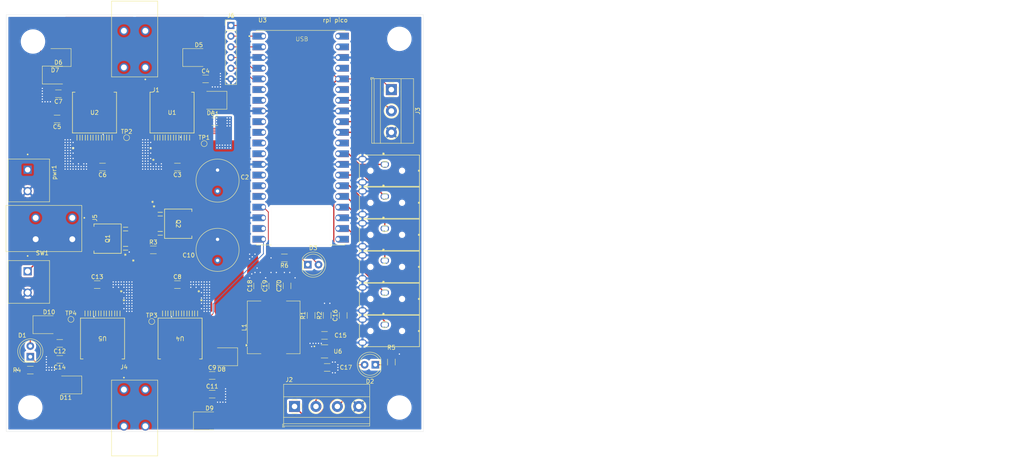
<source format=kicad_pcb>
(kicad_pcb (version 20240108) (generator "pcbnew") (generator_version "8.0")
  (layers (0 "F.Cu" signal) (31 "B.Cu" signal) (34 "B.Paste" user) (35 "F.Paste" user) (36 "B.SilkS" user "B.Silkscreen") (37 "F.SilkS" user "F.Silkscreen") (38 "B.Mask" user) (39 "F.Mask" user) (44 "Edge.Cuts" user))
  (net 0 "")
  (net 1 "+BATT")
  (net 2 "GND")
  (net 3 "bt1")
  (net 4 "bt2")
  (net 5 "bt3")
  (net 6 "bt4")
  (net 7 "bt5")
  (net 8 "bt6")
  (net 9 "Net-(J6-Pin_2)")
  (net 16 "unconnected-(U3-GP15-Pad20)")
  (net 18 "+3.3V")
  (net 19 "Net-(J6-Pin_3)")
  (net 25 "Net-(J6-Pin_5)")
  (net 28 "Net-(J6-Pin_4)")
  (net 31 "unconnected-(U1-INH-Pad3)")
  (net 32 "unconnected-(U1-IN-Pad2)")
  (net 33 "Net-(U1-IS)")
  (net 34 "Net-(D4-A)")
  (net 35 "unconnected-(U2-IN-Pad2)")
  (net 36 "Net-(U2-IS)")
  (net 37 "unconnected-(U2-INH-Pad3)")
  (net 38 "unconnected-(U4-INH-Pad3)")
  (net 39 "unconnected-(U4-IN-Pad2)")
  (net 40 "Net-(U4-IS)")
  (net 41 "unconnected-(U5-INH-Pad3)")
  (net 42 "unconnected-(U5-IN-Pad2)")
  (net 43 "Net-(U5-IS)")
  (net 44 "Net-(Q1-D)")
  (net 45 "Net-(Q1-S)")
  (net 46 "Net-(Q2-G)")
  (net 47 "Net-(D1-K)")
  (net 53 "Net-(U6-SW)")
  (net 54 "Net-(U6-BOOT)")
  (net 55 "Net-(U6-FB)")
  (net 56 "Net-(D6-A)")
  (net 57 "Net-(D8-A)")
  (net 58 "Net-(D10-A)")
  (net 59 "Net-(J2-Pin_1)")
  (net 60 "Net-(J2-Pin_3)")
  (net 61 "Net-(J3-Pin_2)")
  (net 62 "Net-(D2-K)")
  (net 63 "Net-(D3-A)")
  (net 64 "Net-(D3-K)")
  (footprint "Resistor_SMD:R_1206_3216Metric_Pad1.30x1.75mm_HandSolder" (layer "F.Cu") (at 114.3 89.2425 90)
    (property "Reference" "R2")
    (property "Value" "22.1k")
  )
  (footprint "kicad libraries:DPAK_0031EL_GE3_VIS" (layer "F.Cu") (at 62.1665 70.993 90)
    (property "Reference" "Q1")
    (property "Value" "SQD40031EL_GE3")
  )
  (footprint "Capacitor_SMD:C_1206_3216Metric_Pad1.33x1.80mm_HandSolder" (layer "F.Cu") (at 59.69 81.915)
    (property "Reference" "C13")
    (property "Value" "220nF")
  )
  (footprint "Connector_PinHeader_2.54mm:PinHeader_1x06_P2.54mm_Vertical" (layer "F.Cu") (at 91.44 20.32)
    (property "Reference" "J6")
    (property "Value" "Conn_01x06_Pin")
  )
  (footprint "kicad libraries:TerminalBlock_Phoenix_MKDS-1,5-4-5.08_1x04_P5.08mm_Horizontal" (layer "F.Cu") (at 106.553 110.871)
    (property "Reference" "J2")
    (property "Value" "Screw_Terminal_01x04")
  )
  (footprint "MountingHole:MountingHole_5.3mm_M5" (layer "F.Cu") (at 43.815 111.125)
    (property "Reference" "H1" (hide yes))
    (property "Value" "MountingHole")
  )
  (footprint "Capacitor_SMD:C_1206_3216Metric_Pad1.33x1.80mm_HandSolder" (layer "F.Cu") (at 101.39 82.235 90)
    (property "Reference" "C19")
    (property "Value" "22uF")
  )
  (footprint "Capacitor_SMD:C_1206_3216Metric_Pad1.33x1.80mm_HandSolder" (layer "F.Cu") (at 104.775 82.2075 90)
    (property "Reference" "C20")
    (property "Value" "22uF")
  )
  (footprint "Capacitor_SMD:C_1206_3216Metric_Pad1.33x1.80mm_HandSolder" (layer "F.Cu") (at 113.665 93.98 180)
    (property "Reference" "C15")
    (property "Value" "22uF")
  )
  (footprint "Resistor_SMD:R_1206_3216Metric_Pad1.30x1.75mm_HandSolder" (layer "F.Cu") (at 104.14 75.565 180)
    (property "Reference" "R6")
    (property "Value" "220")
  )
  (footprint "Capacitor_SMD:C_1206_3216Metric_Pad1.33x1.80mm_HandSolder" (layer "F.Cu") (at 118.11 89.2425 -90)
    (property "Reference" "C16")
    (property "Value" "47pf")
  )
  (footprint "kicad libraries:D_PowerDI-5" (layer "F.Cu") (at 50.478 32.1)
    (property "Reference" "D6")
    (property "Value" "Diode")
  )
  (footprint "kicad libraries:PG-TO263-7-1_INF" (layer "F.Cu") (at 59.055 41.0232)
    (property "Reference" "U2")
    (property "Value" "IFX007TAUMA1")
  )
  (footprint "kicad libraries:STX-3000_KYC" (layer "F.Cu") (at 127.98 83.82 -90)
    (property "Reference" "B5")
    (property "Value" "STX-3000")
  )
  (footprint "MountingHole:MountingHole_5.3mm_M5" (layer "F.Cu") (at 44.45 24.13)
    (property "Reference" "H3" (hide yes))
    (property "Value" "MountingHole")
  )
  (footprint "Inductor_SMD:L_Coilcraft_MSS1260T-XXX" (layer "F.Cu") (at 101.6 92.075 90)
    (property "Reference" "L1")
    (property "Value" "15uH")
  )
  (footprint "TestPoint:TestPoint_Pad_D1.0mm" (layer "F.Cu") (at 66.675 46.99)
    (property "Reference" "TP2")
    (property "Value" "TestPoint")
  )
  (footprint "kicad libraries:STX-3000_KYC" (layer "F.Cu") (at 127.98 91.44 -90)
    (property "Reference" "B6")
    (property "Value" "STX-3000")
  )
  (footprint "kicad libraries:MODULE_SC0918" (layer "F.Cu") (at 108.0008 46.99)
    (property "Reference" "U3")
    (property "Value" "rpi pico")
    (fp_line (start -7 16.5) (end 7 16.5) (stroke (width 0.01)) (layer "Edge.Cuts"))
    (fp_line (start -7 25.5) (end -7 16.5) (stroke (width 0.01)) (layer "Edge.Cuts"))
    (fp_line (start 7 16.5) (end 7 25.5) (stroke (width 0.01)) (layer "Edge.Cuts"))
    (fp_line (start 7 25.5) (end -7 25.5) (stroke (width 0.01)) (layer "Edge.Cuts"))
  )
  (footprint "kicad libraries:PG-TO263-7-1_INF" (layer "F.Cu") (at 77.47 41.0232)
    (property "Reference" "U1")
    (property "Value" "IFX007TAUMA1")
  )
  (footprint "kicad libraries:PHOENIX_1715721" (layer "F.Cu") (at 38.58 76.2 -90)
    (property "Reference" "SW1")
    (property "Value" "SW_SPST")
  )
  (footprint "Capacitor_THT:C_Radial_D10.0mm_H16.0mm_P5.00mm" (layer "F.Cu") (at 88.265 76.16 90)
    (property "Reference" "C10")
    (property "Value" "1000uF")
  )
  (footprint "LED_THT:LED_D5.0mm" (layer "F.Cu") (at 125.73 100.965 180)
    (property "Reference" "D2")
    (property "Value" "LED")
  )
  (footprint "Capacitor_SMD:C_1206_3216Metric_Pad1.33x1.80mm_HandSolder" (layer "F.Cu") (at 50.8 95.885 180)
    (property "Reference" "C12")
    (property "Value" "220nF")
  )
  (footprint "kicad libraries:PHOENIX_1017503" (layer "F.Cu") (at 38.035 63.1 -90)
    (property "Reference" "J5")
    (property "Value" "1017503")
  )
  (footprint "kicad libraries:D_PowerDI-5" (layer "F.Cu") (at 86.682 38.1 180)
    (property "Reference" "D4")
    (property "Value" "Diode")
  )
  (footprint "Capacitor_SMD:C_1206_3216Metric_Pad1.33x1.80mm_HandSolder" (layer "F.Cu") (at 50.478 36.545 180)
    (property "Reference" "C7")
    (property "Value" "220nF")
  )
  (footprint "Resistor_SMD:R_1206_3216Metric_Pad1.30x1.75mm_HandSolder" (layer "F.Cu") (at 129.54 100.33 90)
    (property "Reference" "R5")
    (property "Value" "220")
  )
  (footprint "kicad libraries:DPAK_0031EL_GE3_VIS" (layer "F.Cu") (at 78.9305 67.442999 -90)
    (property "Reference" "Q2")
    (property "Value" "SQD40031EL_GE3")
  )
  (footprint "kicad libraries:D_PowerDI-5" (layer "F.Cu") (at 52.22 105.76 180)
    (property "Reference" "D11")
    (property "Value" "Diode")
  )
  (footprint "Capacitor_SMD:C_1206_3216Metric_Pad1.33x1.80mm_HandSolder" (layer "F.Cu") (at 97.79 82.235 90)
    (property "Reference" "C18")
    (property "Value" "22uF")
  )
  (footprint "kicad libraries:PG-TO263-7-1_INF" (layer "F.Cu") (at 60.96 94.7293 180)
    (property "Reference" "U5")
    (property "Value" "IFX007TAUMA1")
  )
  (footprint "Capacitor_SMD:C_1206_3216Metric_Pad1.33x1.80mm_HandSolder" (layer "F.Cu") (at 78.74 81.915)
    (property "Reference" "C8")
    (property "Value" "220nF")
  )
  (footprint "kicad libraries:SOT95P280X110-6N" (layer "F.Cu") (at 113.665 97.79)
    (property "Reference" "U6")
    (property "Value" "TPS54202HDDCR")
  )
  (footprint "kicad libraries:PG-TO263-7-1_INF" (layer "F.Cu") (at 79.375 94.7293 180)
    (property "Reference" "U4")
    (property "Value" "IFX007TAUMA1")
  )
  (footprint "Capacitor_SMD:C_1206_3216Metric_Pad1.33x1.80mm_HandSolder" (layer "F.Cu") (at 60.96 53.975 180)
    (property "Reference" "C6")
    (property "Value" "220nF")
  )
  (footprint "kicad libraries:D_PowerDI-5" (layer "F.Cu") (at 86.36 114.3)
    (property "Reference" "D9")
    (property "Value" "Diode")
  )
  (footprint "kicad libraries:D_PowerDI-5" (layer "F.Cu") (at 49.68 27.94 180)
    (property "Reference" "D7")
    (property "Value" "Diode")
  )
  (footprint "kicad libraries:PHOENIX_1715721" (layer "F.Cu") (at 38.58 52.07 -90)
    (property "Reference" "pwr1")
    (property "Value" "SW_SPST")
  )
  (footprint "TestPoint:TestPoint_Pad_D1.0mm" (layer "F.Cu") (at 85.09 48.405)
    (property "Reference" "TP1")
    (property "Value" "TestPoint")
  )
  (footprint "Capacitor_SMD:C_1206_3216Metric_Pad1.33x1.80mm_HandSolder" (layer "F.Cu") (at 50.8 99.695 180)
    (property "Reference" "C14")
    (property "Value" "220nF")
  )
  (footprint "Resistor_SMD:R_1206_3216Metric_Pad1.30x1.75mm_HandSolder" (layer "F.Cu") (at 43.815 102.235 180)
    (property "Reference" "R4")
    (property "Value" "2.5k")
  )
  (footprint "Capacitor_SMD:C_1206_3216Metric_Pad1.33x1.80mm_HandSolder" (layer "F.Cu") (at 85.4325 33.02)
    (property "Reference" "C4")
    (property "Value" "220nF")
  )
  (footprint "kicad libraries:PHOENIX_1017503" (layer "F.Cu") (at 74.06 14.54 180)
    (property "Reference" "J1")
    (property "Value" "1017503")
  )
  (footprint "kicad libraries:D_PowerDI-5" (layer "F.Cu") (at 89.222 99.06 180)
    (property "Reference" "D8")
    (property "Value" "Diode")
  )
  (footprint "kicad libraries:TerminalBlock_Phoenix_MKDS-1,5-3-5.08_1x03_P5.08mm_Horizontal" (layer "F.Cu") (at 129.54 35.56 -90)
    (property "Reference" "J3")
    (property "Value" "Screw_Terminal_01x03")
  )
  (footprint "kicad libraries:STX-3000_KYC" (layer "F.Cu") (at 127.98 60.96 -90)
    (property "Reference" "B2")
    (property "Value" "STX-3000")
  )
  (footprint "Capacitor_THT:C_Radial_D10.0mm_H16.0mm_P5.00mm" (layer "F.Cu") (at 88.265 59.69 90)
    (property "Reference" "C2")
    (property "Value" "1000uF")
  )
  (footprint "MountingHole:MountingHole_5.3mm_M5" (layer "F.Cu") (at 131.445 23.495)
    (property "Reference" "H4" (hide yes))
    (property "Value" "MountingHole")
  )
  (footprint "kicad libraries:STX-3000_KYC" (layer "F.Cu") (at 127.98 76.2 -90)
    (property "Reference" "B4")
    (property "Value" "STX-3000")
  )
  (footprint "TestPoint:TestPoint_Pad_D1.0mm" (layer "F.Cu") (at 72.644 90.678)
    (property "Reference" "TP3")
    (property "Value" "TestPoint")
  )
  (footprint "kicad libraries:STX-3000_KYC" (layer "F.Cu") (at 127.98 68.58 -90)
    (property "Reference" "B3")
    (property "Value" "STX-3000")
  )
  (footprint "kicad libraries:D_PowerDI-5" (layer "F.Cu") (at 48.26 91.44)
    (property "Reference" "D10")
    (property "Value" "Diode")
  )
  (footprint "Capacitor_SMD:C_1206_3216Metric_Pad1.33x1.80mm_HandSolder" (layer "F.Cu") (at 78.74 53.975 180)
    (property "Reference" "C3")
    (property "Value" "220nF")
  )
  (footprint "kicad libraries:PHOENIX_1017503" (layer "F.Cu") (at 63.1 122.62)
    (property "Reference" "J4")
    (property "Value" "1017503")
  )
  (footprint "Resistor_SMD:R_1206_3216Metric_Pad1.30x1.75mm_HandSolder" (layer "F.Cu") (at 110.49 89.2425 -90)
    (property "Reference" "R1")
    (property "Value" "100k")
  )
  (footprint "kicad libraries:D_PowerDI-5" (layer "F.Cu") (at 83.82 27.94)
    (property "Reference" "D5")
    (property "Value" "Diode")
  )
  (footprint "Capacitor_SMD:C_1206_3216Metric_Pad1.33x1.80mm_HandSolder" (layer "F.Cu") (at 114.3 101.6)
    (property "Reference" "C17")
    (property "Value" "22uF")
  )
  (footprint "Capacitor_SMD:C_1206_3216Metric_Pad1.33x1.80mm_HandSolder" (layer "F.Cu") (at 87.63 43.18)
    (property "Reference" "C1")
    (property "Value" "220nF")
  )
  (footprint "Capacitor_SMD:C_1206_3216Metric_Pad1.33x1.80mm_HandSolder" (layer "F.Cu") (at 86.995 103.505)
    (property "Reference" "C9")
    (property "Value" "220nF")
  )
  (footprint "Capacitor_SMD:C_1206_3216Metric_Pad1.33x1.80mm_HandSolder" (layer "F.Cu") (at 50.165 42.545 180)
    (property "Reference" "C5")
    (property "Value" "220nF")
  )
  (footprint "kicad libraries:STX-3000_KYC" (layer "F.Cu") (at 127.98 53.34 -90)
    (property "Reference" "B1")
    (property "Value" "STX-3000")
  )
  (footprint "MountingHole:MountingHole_5.3mm_M5" (layer "F.Cu") (at 131.445 111.125)
    (property "Reference" "H2" (hide yes))
    (property "Value" "MountingHole")
  )
  (footprint "LED_THT:LED_D5.0mm" (layer "F.Cu") (at 109.7 77.17)
    (property "Reference" "D3")
    (property "Value" "LED")
  )
  (footprint "Capacitor_SMD:C_1206_3216Metric_Pad1.33x1.80mm_HandSolder" (layer "F.Cu") (at 86.995 107.95)
    (property "Reference" "C11")
    (property "Value" "220nF")
  )
  (footprint "Resistor_SMD:R_1206_3216Metric_Pad1.30x1.75mm_HandSolder" (layer "F.Cu") (at 73.025 73.66)
    (property "Reference" "R3")
    (property "Value" "R")
  )
  (footprint "LED_THT:LED_D5.0mm" (layer "F.Cu") (at 43.815 99.06 90)
    (property "Reference" "D1")
    (property "Value" "LED")
  )
  (footprint "TestPoint:TestPoint_Pad_D1.0mm" (layer "F.Cu") (at 53.467 90.17)
    (property "Reference" "TP4")
    (property "Value" "TestPoint")
  )
  (gr_rect (start 38.1 17.78) (end 137.16 116.84) (stroke (width 0.05)) (fill none) (layer "Edge.Cuts"))
  (segment (start 112.7375 101.6) (end 112.7375 99.0157) (width 1) (layer "F.Cu") (net 1))
  (segment (start 112.7375 98.9675) (end 112.51 98.74) (width 0.2032) (layer "F.Cu") (net 1))
  (segment (start 43.815 96.52) (end 43.815 92.71) (width 0.3) (layer "F.Cu") (net 1))
  (segment (start 112.7375 101.6) (end 93.98 101.6) (width 1) (layer "F.Cu") (net 1))
  (via (at 91.186 43.561) (size 0.6) (drill 0.3) (layers "F.Cu" "B.Cu") (net 1))
  (via (at 88.011 42.926) (size 0.6) (drill 0.3) (layers "F.Cu" "B.Cu") (net 1))
  (via (at 90.043 49.403) (size 0.6) (drill 0.3) (layers "F.Cu" "B.Cu") (net 1))
  (via (at 90.678 49.403) (size 0.6) (drill 0.3) (layers "F.Cu" "B.Cu") (net 1))
  (via (at 90.551 42.291) (size 0.6) (drill 0.3) (layers "F.Cu" "B.Cu") (net 1))
  (via (at 91.186 42.926) (size 0.6) (drill 0.3) (layers "F.Cu" "B.Cu") (net 1))
  (via (at 88.773 48.768) (size 0.6) (drill 0.3) (layers "F.Cu" "B.Cu") (net 1))
  (via (at 90.043 48.768) (size 0.6) (drill 0.3) (layers "F.Cu" "B.Cu") (net 1))
  (via (at 88.773 49.403) (size 0.6) (drill 0.3) (layers "F.Cu" "B.Cu") (net 1))
  (via (at 91.313 48.768) (size 0.6) (drill 0.3) (layers "F.Cu" "B.Cu") (net 1))
  (via (at 91.313 49.403) (size 0.6) (drill 0.3) (layers "F.Cu" "B.Cu") (net 1))
  (via (at 91.186 44.196) (size 0.6) (drill 0.3) (layers "F.Cu" "B.Cu") (net 1))
  (via (at 88.011 42.291) (size 0.6) (drill 0.3) (layers "F.Cu" "B.Cu") (net 1))
  (via (at 90.551 43.561) (size 0.6) (drill 0.3) (layers "F.Cu" "B.Cu") (net 1))
  (via (at 90.551 44.196) (size 0.6) (drill 0.3) (layers "F.Cu" "B.Cu") (net 1))
  (via (at 90.551 42.926) (size 0.6) (drill 0.3) (layers "F.Cu" "B.Cu") (net 1))
  (via (at 91.186 42.291) (size 0.6) (drill 0.3) (layers "F.Cu" "B.Cu") (net 1))
  (via (at 88.138 48.768) (size 0.6) (drill 0.3) (layers "F.Cu" "B.Cu") (net 1))
  (via (at 90.678 48.768) (size 0.6) (drill 0.3) (layers "F.Cu" "B.Cu") (net 1))
  (via (at 88.138 49.403) (size 0.6) (drill 0.3) (layers "F.Cu" "B.Cu") (net 1))
  (via (at 89.408 48.768) (size 0.6) (drill 0.3) (layers "F.Cu" "B.Cu") (net 1))
  (via (at 88.011 43.561) (size 0.6) (drill 0.3) (layers "F.Cu" "B.Cu") (net 1))
  (via (at 89.408 49.403) (size 0.6) (drill 0.3) (layers "F.Cu" "B.Cu") (net 1))
  (segment (start 59.69 88.773) (end 58.928 89.535) (width 0.2032) (layer "F.Cu") (net 2))
  (segment (start 131.09 98.78) (end 129.54 98.78) (width 0.2032) (layer "F.Cu") (net 2))
  (segment (start 59.69 85.9514) (end 59.69 88.773) (width 0.2032) (layer "F.Cu") (net 2))
  (segment (start 100.965 75.565) (end 102.59 75.565) (width 0.2032) (layer "F.Cu") (net 2))
  (segment (start 131.445 98.425) (end 131.09 98.78) (width 0.2032) (layer "F.Cu") (net 2))
  (segment (start 79.502 46.863) (end 78.74 47.625) (width 0.2032) (layer "F.Cu") (net 2))
  (segment (start 78.74 47.625) (end 78.74 50.8276) (width 0.2032) (layer "F.Cu") (net 2))
  (segment (start 68.204999 73.273001) (end 68.58 73.273001) (width 0.3) (layer "F.Cu") (net 2))
  (segment (start 78.105 88.773) (end 77.343 89.535) (width 0.2032) (layer "F.Cu") (net 2))
  (segment (start 67.31 74.168) (end 68.204999 73.273001) (width 0.3) (layer "F.Cu") (net 2))
  (segment (start 60.325 46.99) (end 61.087 46.228) (width 0.2032) (layer "F.Cu") (net 2))
  (segment (start 40.64 102.235) (end 42.1025 102.235) (width 0.3) (layer "F.Cu") (net 2))
  (segment (start 60.325 49.8116) (end 60.325 46.99) (width 0.2032) (layer "F.Cu") (net 2))
  (segment (start 78.105 85.9514) (end 78.105 88.773) (width 0.2032) (layer "F.Cu") (net 2))
  (via (at 85.725 83.82) (size 0.6) (drill 0.3) (layers "F.Cu" "B.Cu") (net 2))
  (via (at 71.755 48.7575) (size 0.6) (drill 0.3) (layers "F.Cu" "B.Cu") (net 2))
  (via (at 52.705 51.2975) (size 0.6) (drill 0.3) (layers "F.Cu" "B.Cu") (net 2))
  (via (at 67.31 86.36) (size 0.6) (drill 0.3) (layers "F.Cu" "B.Cu") (net 2))
  (via (at 67.31 85.09) (size 0.6) (drill 0.3) (layers "F.Cu" "B.Cu") (net 2))
  (via (at 86.36 81.915) (size 0.6) (drill 0.3) (layers "F.Cu" "B.Cu") (net 2))
  (via (at 87.68 34.925) (size 0.6) (drill 0.3) (layers "F.Cu" "B.Cu") (net 2))
  (via (at 52.705 54.4725) (size 0.6) (drill 0.3) (layers "F.Cu" "B.Cu") (net 2))
  (via (at 66.04 82.55) (size 0.6) (drill 0.3) (layers "F.Cu" "B.Cu") (net 2))
  (via (at 52.07 50.0275) (size 0.6) (drill 0.3) (layers "F.Cu" "B.Cu") (net 2))
  (via (at 70.485 48.7575) (size 0.6) (drill 0.3) (layers "F.Cu" "B.Cu") (net 2))
  (via (at 70.485 54.4725) (size 0.6) (drill 0.3) (layers "F.Cu" "B.Cu") (net 2))
  (via (at 70.485 49.3925) (size 0.6) (drill 0.3) (layers "F.Cu" "B.Cu") (net 2))
  (via (at 85.09 86.36) (size 0.6) (drill 0.3) (layers "F.Cu" "B.Cu") (net 2))
  (via (at 98.425 79.0325) (size 0.6) (drill 0.3) (layers "F.Cu" "B.Cu") (net 2))
  (via (at 88.95 34.29) (size 0.6) (drill 0.3) (layers "F.Cu" "B.Cu") (net 2))
  (via (at 67.945 81.28) (size 0.6) (drill 0.3) (layers "F.Cu" "B.Cu") (net 2))
  (via (at 46.668 35.91) (size 0.6) (drill 0.3) (layers "F.Cu" "B.Cu") (net 2))
  (via (at 71.755 53.2025) (size 0.6) (drill 0.3) (layers "F.Cu" "B.Cu") (net 2))
  (via (at 96.52 75.311) (size 0.6) (drill 0.3) (layers "F.Cu" "B.Cu") (net 2))
  (via (at 73.66 53.2025) (size 0.6) (drill 0.3) (layers "F.Cu" "B.Cu") (net 2))
  (via (at 47.625 100.965) (size 0.6) (drill 0.3) (layers "F.Cu" "B.Cu") (net 2))
  (via (at 85.09 86.995) (size 0.6) (drill 0.3) (layers "F.Cu" "B.Cu") (net 2))
  (via (at 113.665 86.36) (size 0.6) (drill 0.3) (layers "F.Cu" "B.Cu") (net 2))
  (via (at 55.88 54.4725) (size 0.6) (drill 0.3) (layers "F.Cu" "B.Cu") (net 2))
  (via (at 71.12 50.0275) (size 0.6) (drill 0.3) (layers "F.Cu" "B.Cu") (net 2))
  (via (at 64.77 82.55) (size 0.6) (drill 0.3) (layers "F.Cu" "B.Cu") (net 2))
  (via (at 67.945 88.265) (size 0.6) (drill 0.3) (layers "F.Cu" "B.Cu") (net 2))
  (via (at 71.755 50.0275) (size 0.6) (drill 0.3) (layers "F.Cu" "B.Cu") (net 2))
  (via (at 71.12 48.7575) (size 0.6) (drill 0.3) (layers "F.Cu" "B.Cu") (net 2))
  (via (at 67.945 87.63) (size 0.6) (drill 0.3) (layers "F.Cu" "B.Cu") (net 2))
  (via (at 70.485 51.2975) (size 0.6) (drill 0.3) (layers "F.Cu" "B.Cu") (net 2))
  (via (at 116.205 100.33) (size 0.6) (drill 0.3) (layers "F.Cu" "B.Cu") (net 2))
  (via (at 110.617 96.647) (size 0.6) (drill 0.3) (layers "F.Cu" "B.Cu") (net 2))
  (via (at 53.975 53.8375) (size 0.6) (drill 0.3) (layers "F.Cu" "B.Cu") (net 2))
  (via (at 66.04 85.09) (size 0.6) (drill 0.3) (layers "F.Cu" "B.Cu") (net 2))
  (via (at 71.755 52.5675) (size 0.6) (drill 0.3) (layers "F.Cu" "B.Cu") (net 2))
  (via (at 112.903 95.885) (size 0.6) (drill 0.3) (layers "F.Cu" "B.Cu") (net 2))
  (via (at 52.705 48.7575) (size 0.6) (drill 0.3) (layers "F.Cu" "B.Cu") (net 2))
  (via (at 52.07 54.4725) (size 0.6) (drill 0.3) (layers "F.Cu" "B.Cu") (net 2))
  (via (at 53.34 54.4725) (size 0.6) (drill 0.3) (layers "F.Cu" "B.Cu") (net 2))
  (via (at 70.485 51.9325) (size 0.6) (drill 0.3) (layers "F.Cu" "B.Cu") (net 2))
  (via (at 72.39 53.8375) (size 0.6) (drill 0.3) (layers "F.Cu" "B.Cu") (net 2))
  (via (at 55.245 53.2025) (size 0.6) (drill 0.3) (layers "F.Cu" "B.Cu") (net 2))
  (via (at 85.725 83.185) (size 0.6) (drill 0.3) (layers "F.Cu" "B.Cu") (net 2))
  (via (at 84.455 81.915) (size 0.6) (drill 0.3) (layers "F.Cu" "B.Cu") (net 2))
  (via (at 70.485 48.1225) (size 0.6) (drill 0.3) (layers "F.Cu" "B.Cu") (net 2))
  (via (at 71.755 49.3925) (size 0.6) (drill 0.3) (layers "F.Cu" "B.Cu") (net 2))
  (via (at 85.725 87.63) (size 0.6) (drill 0.3) (layers "F.Cu" "B.Cu") (net 2))
  (via (at 85.725 85.725) (size 0.6) (drill 0.3) (layers "F.Cu" "B.Cu") (net 2))
  (via (at 65.405 81.28) (size 0.6) (drill 0.3) (layers "F.Cu" "B.Cu") (net 2))
  (via (at 55.88 53.8375) (size 0.6) (drill 0.3) (layers "F.Cu" "B.Cu") (net 2))
  (via (at 73.66 53.8375) (size 0.6) (drill 0.3) (layers "F.Cu" "B.Cu") (net 2))
  (via (at 53.34 48.7575) (size 0.6) (drill 0.3) (layers "F.Cu" "B.Cu") (net 2))
  (via (at 99.695 80.3025) (size 0.6) (drill 0.3) (layers "F.Cu" "B.Cu") (net 2))
  (via (at 52.07 53.2025) (size 0.6) (drill 0.3) (layers "F.Cu" "B.Cu") (net 2))
  (via (at 83.185 81.28) (size 0.6) (drill 0.3) (layers "F.Cu" "B.Cu") (net 2))
  (via (at 66.675 84.455) (size 0.6) (drill 0.3) (layers "F.Cu" "B.Cu") (net 2))
  (via (at 67.31 88.265) (size 0.6) (drill 0.3) (layers "F.Cu" "B.Cu") (net 2))
  (via (at 66.675 83.185) (size 0.6) (drill 0.3) (layers "F.Cu" "B.Cu") (net 2))
  (via (at 52.705 53.8375) (size 0.6) (drill 0.3) (layers "F.Cu" "B.Cu") (net 2))
  (via (at 90.17 107.95) (size 0.6) (drill 0.3) (layers "F.Cu" "B.Cu") (net 2))
  (via (at 63.5 81.28) (size 0.6) (drill 0.3) (layers "F.Cu" "B.Cu") (net 2))
  (via (at 82.55 81.915) (size 0.6) (drill 0.3) (layers "F.Cu" "B.Cu") (net 2))
  (via (at 97.155 79.0325) (size 0.6) (drill 0.3) (layers "F.Cu" "B.Cu") (net 2))
  (via (at 110.9678 95.885) (size 0.6) (drill 0.3) (layers "F.Cu" "B.Cu") (net 2))
  (via (at 52.07 49.3925) (size 0.6) (drill 0.3) (layers "F.Cu" "B.Cu") (net 2))
  (via (at 46.668 38.45) (size 0.6) (drill 0.3) (layers "F.Cu" "B.Cu") (net 2))
  (via (at 90.17 108.585) (size 0.6) (drill 0.3) (layers "F.Cu" "B.Cu") (net 2))
  (via (at 86.36 86.36) (size 0.6) (drill 0.3) (layers "F.Cu" "B.Cu") (net 2))
  (via (at 88.9 109.855) (size 0.6) (drill 0.3) (layers "F.Cu" "B.Cu") (net 2))
  (via (at 71.755 50.6625) (size 0.6) (drill 0.3) (layers "F.Cu" "B.Cu") (net 2))
  (via (at 71.12 53.2025) (size 0.6) (drill 0.3) (layers "F.Cu" "B.Cu") (net 2))
  (via (at 111.6028 95.885) (size 0.6) (drill 0.3) (layers "F.Cu" "B.Cu") (net 2))
  (via (at 66.04 87.63) (size 0.6) (drill 0.3) (layers "F.Cu" "B.Cu") (net 2))
  (via (at 67.945 86.36) (size 0.6) (drill 0.3) (layers "F.Cu" "B.Cu") (net 2))
  (via (at 48.895 102.235) (size 0.6) (drill 0.3) (layers "F.Cu" "B.Cu") (net 2))
  (via (at 56.515 53.8375) (size 0.6) (drill 0.3) (layers "F.Cu" "B.Cu") (net 2))
  (via (at 63.5 82.55) (size 0.6) (drill 0.3) (layers "F.Cu" "B.Cu") (net 2))
  (via (at 104.14 79.0325) (size 0.6) (drill 0.3) (layers "F.Cu" "B.Cu") (net 2))
  (via (at 58.928 89.535) (size 0.6) (drill 0.3) (layers "F.Cu" "B.Cu") (net 2))
  (via (at 90.17 109.855) (size 0.6) (drill 0.3) (layers "F.Cu" "B.Cu") (net 2))
  (via (at 85.09 87.63) (size 0.6) (drill 0.3) (layers "F.Cu" "B.Cu") (net 2))
  (via (at 66.04 81.28) (size 0.6) (drill 0.3) (layers "F.Cu" "B.Cu") (net 2))
  (via (at 131.445 98.425) (size 0.6) (drill 0.3) (layers "F.Cu" "B.Cu") (net 2))
  (via (at 71.755 54.4725) (size 0.6) (drill 0.3) (layers "F.Cu" "B.Cu") (net 2))
  (via (at 46.668 37.815) (size 0.6) (drill 0.3) (layers "F.Cu" "B.Cu") (net 2))
  (via (at 66.675 83.82) (size 0.6) (drill 0.3) (layers "F.Cu" "B.Cu") (net 2))
  (via (at 67.945 84.455) (size 0.6) (drill 0.3) (layers "F.Cu" "B.Cu") (net 2))
  (via (at 84.455 83.82) (size 0.6) (drill 0.3) (layers "F.Cu" "B.Cu") (net 2))
  (via (at 85.09 88.265) (size 0.6) (drill 0.3) (layers "F.Cu" "B.Cu") (net 2))
  (via (at 47.625 102.235) (size 0.6) (drill 0.3) (layers "F.Cu" "B.Cu") (net 2))
  (via (at 52.705 51.9325) (size 0.6) (drill 0.3) (layers "F.Cu" "B.Cu") (net 2))
  (via (at 66.675 86.36) (size 0.6) (drill 0.3) (layers "F.Cu" "B.Cu") (net 2))
  (via (at 67.945 85.09) (size 0.6) (drill 0.3) (layers "F.Cu" "B.Cu") (net 2))
  (via (at 84.455 81.28) (size 0.6) (drill 0.3) (layers "F.Cu" "B.Cu") (net 2))
  (via (at 66.675 87.63) (size 0.6) (drill 0.3) (layers "F.Cu" "B.Cu") (net 2))
  (via (at 71.755 51.2975) (size 0.6) (drill 0.3) (layers "F.Cu" "B.Cu") (net 2))
  (via (at 63.5 81.915) (size 0.6) (drill 0.3) (layers "F.Cu" "B.Cu") (net 2))
  (via (at 71.12 49.3925) (size 0.6) (drill 0.3) (layers "F.Cu" "B.Cu") (net 2))
  (via (at 70.485 53.8375) (size 0.6) (drill 0.3) (layers "F.Cu" "B.Cu") (net 2))
  (via (at 47.625 99.695) (size 0.6) (drill 0.3) (layers "F.Cu" "B.Cu") (net 2))
  (via (at 72.39 50.6625) (size 0.6) (drill 0.3) (layers "F.Cu" "B.Cu") (net 2))
  (via (at 72.39 51.9325) (size 0.6) (drill 0.3) (layers "F.Cu" "B.Cu") (net 2))
  (via (at 66.675 85.09) (size 0.6) (drill 0.3) (layers "F.Cu" "B.Cu") (net 2))
  (via (at 56.515 53.2025) (size 0.6) (drill 0.3) (layers "F.Cu" "B.Cu") (net 2))
  (via (at 86.36 81.28) (size 0.6) (drill 0.3) (layers "F.Cu" "B.Cu") (net 2))
  (via (at 73.66 54.4725) (size 0.6) (drill 0.3) (layers "F.Cu" "B.Cu") (net 2))
  (via (at 85.725 86.995) (size 0.6) (drill 0.3) (layers "F.Cu" "B.Cu") (net 2))
  (via (at 83.82 81.915) (size 0.6) (drill 0.3) (layers "F.Cu" "B.Cu") (net 2))
  (via (at 96.393 79.375) (size 0.6) (drill 0.3) (layers "F.Cu" "B.Cu") (net 2))
  (via (at 85.725 86.36) (size 0.6) (drill 0.3) (layers "F.Cu" "B.Cu") (net 2))
  (via (at 48.573 38.45) (size 0.6) (drill 0.3) (layers "F.Cu" "B.Cu") (net 2))
  (via (at 56.515 54.4725) (size 0.6) (drill 0.3) (layers "F.Cu" "B.Cu") (net 2))
  (via (at 52.07 48.7575) (size 0.6) (drill 0.3) (layers "F.Cu" "B.Cu") (net 2))
  (via (at 66.675 85.725) (size 0.6) (drill 0.3) (layers "F.Cu" "B.Cu") (net 2))
  (via (at 64.77 81.915) (size 0.6) (drill 0.3) (layers "F.Cu" "B.Cu") (net 2))
  (via (at 53.975 51.9325) (size 0.6) (drill 0.3) (layers "F.Cu" "B.Cu") (net 2))
  (via (at 53.34 50.6625) (size 0.6) (drill 0.3) (layers "F.Cu" "B.Cu") (net 2))
  (via (at 83.185 81.915) (size 0.6) (drill 0.3) (layers "F.Cu" "B.Cu") (net 2))
  (via (at 67.945 83.185) (size 0.6) (drill 0.3) (layers "F.Cu" "B.Cu") (net 2))
  (via (at 106.68 80.3025) (size 0.6) (drill 0.3) (layers "F.Cu" "B.Cu") (net 2))
  (via (at 53.34 52.5675) (size 0.6) (drill 0.3) (layers "F.Cu" "B.Cu") (net 2))
  (via (at 52.705 52.5675) (size 0.6) (drill 0.3) (layers "F.Cu" "B.Cu") (net 2))
  (via (at 52.07 47.4875) (size 0.6) (drill 0.3) (layers "F.Cu" "B.Cu") (net 2))
  (via (at 85.09 85.725) (size 0.6) (drill 0.3) (layers "F.Cu" "B.Cu") (net 2))
  (via (at 48.895 101.6) (size 0.6) (drill 0.3) (layers "F.Cu" "B.Cu") (net 2))
  (via (at 77.343 89.535) (size 0.6) (drill 0.3) (layers "F.Cu" "B.Cu") (net 2))
  (via (at 66.04 81.915) (size 0.6) (drill 0.3) (layers "F.Cu" "B.Cu") (net 2))
  (via (at 66.675 82.55) (size 0.6) (drill 0.3) (layers "F.Cu" "B.Cu") (net 2))
  (via (at 72.39 49.3925) (size 0.6) (drill 0.3) (layers "F.Cu" "B.Cu") (net 2))
  (via (at 88.315 34.925) (size 0.6) (drill 0.3) (layers "F.Cu" "B.Cu") (net 2))
  (via (at 84.455 85.09) (size 0.6) (drill 0.3) (layers "F.Cu" "B.Cu") (net 2))
  (via (at 90.17 107.315) (size 0.6) (drill 0.3) (layers "F.Cu" "B.Cu") (net 2))
  (via (at 53.975 53.2025) (size 0.6) (drill 0.3) (layers "F.Cu" "B.Cu") (net 2))
  (via (at 85.725 85.09) (size 0.6) (drill 0.3) (layers "F.Cu" "B.Cu") (net 2))
  (via (at 84.455 86.36) (size 0.6) (drill 0.3) (layers "F.Cu" "B.Cu") (net 2))
  (via (at 95.885 74.676) (size 0.6) (drill 0.3) (layers "F.Cu" "B.Cu") (net 2))
  (via (at 67.31 82.55) (size 0.6) (drill 0.3) (layers "F.Cu" "B.Cu") (net 2))
  (via (at 85.725 81.28) (size 0.6) (drill 0.3) (layers "F.Cu" "B.Cu") (net 2))
  (via (at 102.235 79.0325) (size 0.6) (drill 0.3) (layers "F.Cu" "B.Cu") (net 2))
  (via (at 100.965 75.565) (size 0.6) (drill 0.3) (layers "F.Cu" "B.Cu") (net 2))
  (via (at 53.34 48.1225) (size 0.6) (drill 0.3) (layers "F.Cu" "B.Cu") (net 2))
  (via (at 81.915 82.55) (size 0.6) (drill 0.3) (layers "F.Cu" "B.Cu") (net 2))
  (via (at 47.625 99.06) (size 0.6) (drill 0.3) (layers "F.Cu" "B.Cu") (net 2))
  (via (at 67.31 74.168) (size 0.6) (drill 0.3) (layers "F.Cu" "B.Cu") (net 2))
  (via (at 88.95 33.02) (size 0.6) (drill 0.3) (layers "F.Cu" "B.Cu") (net 2))
  (via (at 88.95 32.385) (size 0.6) (drill 0.3) (layers "F.Cu" "B.Cu") (net 2))
  (via (at 70.485 53.2025) (size 0.6) (drill 0.3) (layers "F.Cu" "B.Cu") (net 2))
  (via (at 87.045 34.925) (size 0.6) (drill 0.3) (layers "F.Cu" "B.Cu") (net 2))
  (via (at 52.07 50.6625) (size 0.6) (drill 0.3) (layers "F.Cu" "B.Cu") (net 2))
  (via (at 47.625 100.33) (size 0.6) (drill 0.3) (layers "F.Cu" "B.Cu") (net 2))
  (via (at 85.09 81.915) (size 0.6) (drill 0.3) (layers "F.Cu" "B.Cu") (net 2))
  (via (at 85.725 81.915) (size 0.6) (drill 0.3) (layers "F.Cu" "B.Cu") (net 2))
  (via (at 52.705 48.1225) (size 0.6) (drill 0.3) (layers "F.Cu" "B.Cu") (net 2))
  (via (at 116.84 101.6) (size 0.6) (drill 0.3) (layers "F.Cu" "B.Cu") (net 2))
  (via (at 116.84 100.965) (size 0.6) (drill 0.3) (layers "F.Cu" "B.Cu") (net 2))
  (via (at 85.725 82.55) (size 0.6) (drill 0.3) (layers "F.Cu" "B.Cu") (net 2))
  (via (at 48.26 101.6) (size 0.6) (drill 0.3) (layers "F.Cu" "B.Cu") (net 2))
  (via (at 66.675 88.265) (size 0.6) (drill 0.3) (layers "F.Cu" "B.Cu") (net 2))
  (via (at 85.09 81.28) (size 0.6) (drill 0.3) (layers "F.Cu" "B.Cu") (net 2))
  (via (at 74.93 54.4725) (size 0.6) (drill 0.3) (layers "F.Cu" "B.Cu") (net 2))
  (via (at 64.135 81.915) (size 0.6) (drill 0.3) (layers "F.Cu" "B.Cu") (net 2))
  (via (at 86.36 88.265) (size 0.6) (drill 0.3) (layers "F.Cu" "B.Cu") (net 2))
  (via (at 86.36 84.455) (size 0.6) (drill 0.3) (layers "F.Cu" "B.Cu") (net 2))
  (via (at 71.12 48.1225) (size 0.6) (drill 0.3) (layers "F.Cu" "B.Cu") (net 2))
  (via (at 95.885 75.819) (size 0.6) (drill 0.3) (layers "F.Cu" "B.Cu") (net 2))
  (via (at 71.755 47.4875) (size 0.6) (drill 0.3) (layers "F.Cu" "B.Cu") (net 2))
  (via (at 86.36 82.55) (size 0.6) (drill 0.3) (layers "F.Cu" "B.Cu") (net 2))
  (via (at 85.725 84.455) (size 0.6) (drill 0.3) (layers "F.Cu" "B.Cu") (net 2))
  (via (at 90.17 106.68) (size 0.6) (drill 0.3) (layers "F.Cu" "B.Cu") (net 2))
  (via (at 65.405 81.915) (size 0.6) (drill 0.3) (layers "F.Cu" "B.Cu") (net 2))
  (via (at 67.945 81.915) (size 0.6) (drill 0.3) (layers "F.Cu" "B.Cu") (net 2))
  (via (at 46.668 35.275) (size 0.6) (drill 0.3) (layers "F.Cu" "B.Cu") (net 2))
  (via (at 85.09 83.185) (size 0.6) (drill 0.3) (layers "F.Cu" "B.Cu") (net 2))
  (via (at 72.39 53.2025) (size 0.6) (drill 0.3) (layers "F.Cu" "B.Cu") (net 2))
  (via (at 71.12 52.5675) (size 0.6) (drill 0.3) (layers "F.Cu" "B.Cu") (net 2))
  (via (at 64.135 81.28) (size 0.6) (drill 0.3) (layers "F.Cu" "B.Cu") (net 2))
  (via (at 74.295 53.8375) (size 0.6) (drill 0.3) (layers "F.Cu" "B.Cu") (net 2))
  (via (at 84.455 82.55) (size 0.6) (drill 0.3) (layers "F.Cu" "B.Cu") (net 2))
  (via (at 70.485 50.6625) (size 0.6) (drill 0.3) (layers "F.Cu" "B.Cu") (net 2))
  (via (at 54.61 54.4725) (size 0.6) (drill 0.3) (layers "F.Cu" "B.Cu") (net 2))
  (via (at 49.53 102.235) (size 0.6) (drill 0.3) (layers "F.Cu" "B.Cu") (net 2))
  (via (at 95.885 80.3025) (size 0.6) (drill 0.3) (layers "F.Cu" "B.Cu") (net 2))
  (via (at 52.07 51.2975) (size 0.6) (drill 0.3) (layers "F.Cu" "B.Cu") (net 2))
  (via (at 71.12 53.8375) (size 0.6) (drill 0.3) (layers "F.Cu" "B.Cu") (net 2))
  (via (at 67.945 83.82) (size 0.6) (drill 0.3) (layers "F.Cu" "B.Cu") (net 2))
  (via (at 71.12 54.4725) (size 0.6) (drill 0.3) (layers "F.Cu" "B.Cu") (net 2))
  (via (at 49.53 101.6) (size 0.6) (drill 0.3) (layers "F.Cu" "B.Cu") (net 2))
  (via (at 112.2378 95.885) (size 0.6) (drill 0.3) (layers "F.Cu" "B.Cu") (net 2))
  (via (at 66.675 81.28) (size 0.6) (drill 0.3) (layers "F.Cu" "B.Cu") (net 2))
  (via (at 86.36 83.185) (size 0.6) (drill 0.3) (layers "F.Cu" "B.Cu") (net 2))
  (via (at 64.77 81.28) (size 0.6) (drill 0.3) (layers "F.Cu" "B.Cu") (net 2))
  (via (at 73.025 54.4725) (size 0.6) (drill 0.3) (layers "F.Cu" "B.Cu") (net 2))
  (via (at 115.57 100.33) (size 0.6) (drill 0.3) (layers "F.Cu" "B.Cu") (net 2))
  (via (at 79.502 46.863) (size 0.6) (drill 0.3) (layers "F.Cu" "B.Cu") (net 2))
  (via (at 88.95 31.75) (size 0.6) (drill 0.3) (layers "F.Cu" "B.Cu") (net 2))
  (via (at 105.41 79.0325) (size 0.6) (drill 0.3) (layers "F.Cu" "B.Cu") (net 2))
  (via (at 83.185 82.55) (size 0.6) (drill 0.3) (layers "F.Cu" "B.Cu") (net 2))
  (via (at 57.15 53.213) (size 0.6) (drill 0.3) (layers "F.Cu" "B.Cu") (net 2))
  (via (at 71.755 51.9325) (size 0.6) (drill 0.3) (layers "F.Cu" "B.Cu") (net 2))
  (via (at 71.755 53.8375) (size 0.6) (drill 0.3) (layers "F.Cu" "B.Cu") (net 2))
  (via (at 71.12 50.6625) (size 0.6) (drill 0.3) (layers "F.Cu" "B.Cu") (net 2))
  (via (at 70.485 50.0275) (size 0.6) (drill 0.3) (layers "F.Cu" "B.Cu") (net 2))
  (via (at 46.668 36.545) (size 0.6) (drill 0.3) (layers "F.Cu" "B.Cu") (net 2))
  (via (at 85.725 88.265) (size 0.6) (drill 0.3) (layers "F.Cu" "B.Cu") (net 2))
  (via (at 67.945 85.725) (size 0.6) (drill 0.3) (layers "F.Cu" "B.Cu") (net 2))
  (via (at 81.915 81.28) (size 0.6) (drill 0.3) (layers "F.Cu" "B.Cu") (net 2))
  (via (at 81.915 81.915) (size 0.6) (drill 0.3) (layers "F.Cu" "B.Cu") (net 2))
  (via (at 47.303 38.45) (size 0.6) (drill 0.3) (layers "F.Cu" "B.Cu") (net 2))
  (via (at 115.57 102.87) (size 0.6) (drill 0.3) (layers "F.Cu" "B.Cu") (net 2))
  (via (at 67.31 81.915) (size 0.6) (drill 0.3) (layers "F.Cu" "B.Cu") (net 2))
  (via (at 53.975 54.4725) (size 0.6) (drill 0.3) (layers "F.Cu" "B.Cu") (net 2))
  (via (at 74.93 53.8375) (size 0.6) (drill 0.3) (layers "F.Cu" "B.Cu") (net 2))
  (via (at 83.82 81.28) (size 0.6) (drill 0.3) (layers "F.Cu" "B.Cu") (net 2))
  (via (at 53.975 50.6625) (size 0.6) (drill 0.3) (layers "F.Cu" "B.Cu") (net 2))
  (via (at 73.025 53.8375) (size 0.6) (drill 0.3) (layers "F.Cu" "B.Cu") (net 2))
  (via (at 55.245 54.4725) (size 0.6) (drill 0.3) (layers "F.Cu" "B.Cu") (net 2))
  (via (at 74.93 53.2025) (size 0.6) (drill 0.3) (layers "F.Cu" "B.Cu") (net 2))
  (via (at 67.31 85.725) (size 0.6) (drill 0.3) (layers "F.Cu" "B.Cu") (net 2))
  (via (at 97.663 77.978) (size 0.6) (drill 0.3) (layers "F.Cu" "B.Cu") (net 2))
  (via (at 66.675 86.995) (size 0.6) (drill 0.3) (layers "F.Cu" "B.Cu") (net 2))
  (via (at 70.485 47.4875) (size 0.6) (drill 0.3) (layers "F.Cu" "B.Cu") (net 2))
  (via (at 53.34 49.3925) (size 0.6) (drill 0.3) (layers "F.Cu" "B.Cu") (net 2))
  (via (at 67.945 82.55) (size 0.6) (drill 0.3) (layers "F.Cu" "B.Cu") (net 2))
  (via (at 110.236 95.885) (size 0.6) (drill 0.3) (layers "F.Cu" "B.Cu") (net 2))
  (via (at 61.087 46.228) (size 0.6) (drill 0.3) (layers "F.Cu" "B.Cu") (net 2))
  (via (at 85.09 82.55) (size 0.6) (drill 0.3) (layers "F.Cu" "B.Cu") (net 2))
  (via (at 67.31 81.28) (size 0.6) (drill 0.3) (layers "F.Cu" "B.Cu") (net 2))
  (via (at 55.245 53.8375) (size 0.6) (drill 0.3) (layers "F.Cu" "B.Cu") (net 2))
  (via (at 84.455 87.63) (size 0.6) (drill 0.3) (layers "F.Cu" "B.Cu") (net 2))
  (via (at 82.55 81.28) (size 0.6) (drill 0.3) (layers "F.Cu" "B.Cu") (net 2))
  (via (at 86.36 87.63) (size 0.6) (drill 0.3) (layers "F.Cu" "B.Cu") (net 2))
  (via (at 72.39 48.1225) (size 0.6) (drill 0.3) (layers "F.Cu" "B.Cu") (net 2))
  (via (at 47.625 101.6) (size 0.6) (drill 0.3) (layers "F.Cu" "B.Cu") (net 2))
  (via (at 53.34 53.2025) (size 0.6) (drill 0.3) (layers "F.Cu" "B.Cu") (net 2))
  (via (at 52.705 49.3925) (size 0.6) (drill 0.3) (layers "F.Cu" "B.Cu") (net 2))
  (via (at 57.15 54.483) (size 0.6) (drill 0.3) (layers "F.Cu" "B.Cu") (net 2))
  (via (at 70.485 52.5675) (size 0.6) (drill 0.3) (layers "F.Cu" "B.Cu") (net 2))
  (via (at 53.34 47.4875) (size 0.6) (drill 0.3) (layers "F.Cu" "B.Cu") (net 2))
  (via (at 88.95 33.655) (size 0.6) (drill 0.3) (layers "F.Cu" "B.Cu") (net 2))
  (via (at 71.12 51.9325) (size 0.6) (drill 0.3) (layers "F.Cu" "B.Cu") (net 2))
  (via (at 86.36 85.09) (size 0.6) (drill 0.3) (layers "F.Cu" "B.Cu") (net 2))
  (via (at 85.09 83.82) (size 0.6) (drill 0.3) (layers "F.Cu" "B.Cu") (net 2))
  (via (at 116.205 102.87) (size 0.6) (drill 0.3) (layers "F.Cu" "B.Cu") (net 2))
  (via (at 52.07 53.8375) (size 0.6) (drill 0.3) (layers "F.Cu" "B.Cu") (net 2))
  (via (at 66.675 81.915) (size 0.6) (drill 0.3) (layers "F.Cu" "B.Cu") (net 2))
  (via (at 67.31 83.185) (size 0.6) (drill 0.3) (layers "F.Cu" "B.Cu") (net 2))
  (via (at 46.668 37.18) (size 0.6) (drill 0.3) (layers "F.Cu" "B.Cu") (net 2))
  (via (at 53.34 50.0275) (size 0.6) (drill 0.3) (layers "F.Cu" "B.Cu") (net 2))
  (via (at 71.12 51.2975) (size 0.6) (drill 0.3) (layers "F.Cu" "B.Cu") (net 2))
  (via (at 53.975 48.1225) (size 0.6) (drill 0.3) (layers "F.Cu" "B.Cu") (net 2))
  (via (at 71.12 47.4875) (size 0.6) (drill 0.3) (layers "F.Cu" "B.Cu") (net 2))
  (via (at 52.705 50.6625) (size 0.6) (drill 0.3) (layers "F.Cu" "B.Cu") (net 2))
  (via (at 52.07 48.1225) (size 0.6) (drill 0.3) (layers "F.Cu" "B.Cu") (net 2))
  (via (at 53.975 49.3925) (size 0.6) (drill 0.3) (layers "F.Cu" "B.Cu") (net 2))
  (via (at 90.17 109.22) (size 0.6) (drill 0.3) (layers "F.Cu" "B.Cu") (net 2))
  (via (at 52.07 52.5675) (size 0.6) (drill 0.3) (layers "F.Cu" "B.Cu") (net 2))
  (via (at 97.155 74.676) (size 0.6) (drill 0.3) (layers "F.Cu" "B.Cu") (net 2))
  (via (at 54.61 53.8375) (size 0.6) (drill 0.3) (layers "F.Cu" "B.Cu") (net 2))
  (via (at 100.965 79.0325) (size 0.6) (drill 0.3) (layers "F.Cu" "B.Cu") (net 2))
  (via (at 48.26 102.235) (size 0.6) (drill 0.3) (layers "F.Cu" "B.Cu") (net 2))
  (via (at 47.938 38.45) (size 0.6) (drill 0.3) (layers "F.Cu" "B.Cu") (net 2))
  (via (at 67.31 84.455) (size 0.6) (drill 0.3) (layers "F.Cu" "B.Cu") (net 2))
  (via (at 85.09 85.09) (size 0.6) (drill 0.3) (layers "F.Cu" "B.Cu") (net 2))
  (via (at 116.84 102.235) (size 0.6) (drill 0.3) (layers "F.Cu" "B.Cu") (net 2))
  (via (at 53.34 53.8375) (size 0.6) (drill 0.3) (layers "F.Cu" "B.Cu") (net 2))
  (via (at 52.705 53.2025) (size 0.6) (drill 0.3) (layers "F.Cu" "B.Cu") (net 2))
  (via (at 85.09 84.455) (size 0.6) (drill 0.3) (layers "F.Cu" "B.Cu") (net 2))
  (via (at 86.36 86.995) (size 0.6) (drill 0.3) (layers "F.Cu" "B.Cu") (net 2))
  (via (at 67.31 86.995) (size 0.6) (drill 0.3) (layers "F.Cu" "B.Cu") (net 2))
  (via (at 67.31 87.63) (size 0.6) (drill 0.3) (layers "F.Cu" "B.Cu") (net 2))
  (via (at 57.15 53.848) (size 0.6) (drill 0.3) (layers "F.Cu" "B.Cu") (net 2))
  (via (at 67.31 83.82) (size 0.6) (drill 0.3) (layers "F.Cu" "B.Cu") (net 2))
  (via (at 66.04 86.36) (size 0.6) (drill 0.3) (layers "F.Cu" "B.Cu") (net 2))
  (via (at 66.04 83.82) (size 0.6) (drill 0.3) (layers "F.Cu" "B.Cu") (net 2))
  (via (at 88.265 109.855) (size 0.6) (drill 0.3) (layers "F.Cu" "B.Cu") (net 2))
  (via (at 52.705 47.4875) (size 0.6) (drill 0.3) (layers "F.Cu" "B.Cu") (net 2))
  (via (at 86.36 83.82) (size 0.6) (drill 0.3) (layers "F.Cu" "B.Cu") (net 2))
  (via (at 52.07 51.9325) (size 0.6) (drill 0.3) (layers "F.Cu" "B.Cu") (net 2))
  (via (at 114.935 86.36) (size 0.6) (drill 0.3) (layers "F.Cu" "B.Cu") (net 2))
  (via (at 52.705 50.0275) (size 0.6) (drill 0.3) (layers "F.Cu" "B.Cu") (net 2))
  (via (at 74.295 54.4725) (size 0.6) (drill 0.3) (layers "F.Cu" "B.Cu") (net 2))
  (via (at 72.39 54.4725) (size 0.6) (drill 0.3) (layers "F.Cu" "B.Cu") (net 2))
  (via (at 53.34 51.2975) (size 0.6) (drill 0.3) (layers "F.Cu" "B.Cu") (net 2))
  (via (at 40.64 102.235) (size 0.6) (drill 0.3) (layers "F.Cu" "B.Cu") (net 2))
  (via (at 67.945 86.995) (size 0.6) (drill 0.3) (layers "F.Cu" "B.Cu") (net 2))
  (via (at 71.755 48.1225) (size 0.6) (drill 0.3) (layers "F.Cu" "B.Cu") (net 2))
  (via (at 88.95 34.925) (size 0.6) (drill 0.3) (layers "F.Cu" "B.Cu") (net 2))
  (via (at 89.535 109.855) (size 0.6) (drill 0.3) (layers "F.Cu" "B.Cu") (net 2))
  (via (at 86.36 85.725) (size 0.6) (drill 0.3) (layers "F.Cu" "B.Cu") (net 2))
  (via (at 53.34 51.9325) (size 0.6) (drill 0.3) (layers "F.Cu" "B.Cu") (net 2))
  (segment (start 127.98 53.34) (end 121.92 53.34) (width 0.3) (layer "F.Cu") (net 3))
  (segment (start 121.92 53.34) (end 119.38 50.8) (width 0.3) (layer "F.Cu") (net 3))
  (segment (start 119.38 50.8) (end 116.84 50.8) (width 0.3) (layer "F.Cu") (net 3))
  (segment (start 122.9 55.88) (end 116.84 55.88) (width 0.3) (layer "F.Cu") (net 4))
  (segment (start 127.98 60.96) (end 122.9 55.88) (width 0.3) (layer "F.Cu") (net 4))
  (segment (start 124.950845 61.564824) (end 124.209155 61.564824) (width 0.3) (layer "F.Cu") (net 5))
  (segment (start 124.209155 61.564824) (end 124.178979 61.595) (width 0.3) (layer "F.Cu") (net 5))
  (segment (start 124.178979 61.595) (end 122.754653 61.595) (width 0.3) (layer "F.Cu") (net 5))
  (segment (start 127.98 68.58) (end 127.98 64.593979) (width 0.3) (layer "F.Cu") (net 5))
  (segment (start 127.98 64.593979) (end 124.950845 61.564824) (width 0.3) (layer "F.Cu") (net 5))
  (segment (start 122.754653 61.595) (end 119.579653 58.42) (width 0.3) (layer "F.Cu") (net 5))
  (segment (start 119.579653 58.42) (end 116.84 58.42) (width 0.3) (layer "F.Cu") (net 5))
  (segment (start 125.095 68.58) (end 125.095 64.77) (width 0.3) (layer "F.Cu") (net 6))
  (segment (start 120.705088 62.865) (end 118.800088 60.96) (width 0.3) (layer "F.Cu") (net 6))
  (segment (start 123.19 62.865) (end 120.705088 62.865) (width 0.3) (layer "F.Cu") (net 6))
  (segment (start 125.095 64.77) (end 123.19 62.865) (width 0.3) (layer "F.Cu") (net 6))
  (segment (start 118.800088 60.96) (end 116.84 60.96) (width 0.3) (layer "F.Cu") (net 6))
  (segment (start 127.98 76.2) (end 127.98 71.465) (width 0.3) (layer "F.Cu") (net 6))
  (segment (start 127.98 71.465) (end 125.095 68.58) (width 0.3) (layer "F.Cu") (net 6))
  (segment (start 127.98 83.82) (end 121.031 76.871) (width 0.3) (layer "F.Cu") (net 7))
  (segment (start 121.031 65.151) (end 119.38 63.5) (width 0.3) (layer "F.Cu") (net 7))
  (segment (start 119.38 63.5) (end 116.84 63.5) (width 0.3) (layer "F.Cu") (net 7))
  (segment (start 121.031 76.871) (end 121.031 65.151) (width 0.3) (layer "F.Cu") (net 7))
  (segment (start 127.98 91.44) (end 127.98 90.642) (width 0.3) (layer "F.Cu") (net 8))
  (segment (start 127.98 90.642) (end 120.269 82.931) (width 0.3) (layer "F.Cu") (net 8))
  (segment (start 120.269 69.723) (end 119.126 68.58) (width 0.3) (layer "F.Cu") (net 8))
  (segment (start 119.126 68.58) (end 116.84 68.58) (width 0.3) (layer "F.Cu") (net 8))
  (segment (start 120.269 82.931) (end 120.269 69.723) (width 0.3) (layer "F.Cu") (net 8))
  (segment (start 91.44 22.86) (end 99.1616 22.86) (width 0.2032) (layer "F.Cu") (net 9))
  (segment (start 99.1616 71.12) (end 99.1616 74.5744) (width 0.2032) (layer "B.Cu") (net 16))
  (segment (start 87.249 86.487) (end 87.249 88.773) (width 0.2032) (layer "B.Cu") (net 16))
  (segment (start 99.1616 74.5744) (end 87.249 86.487) (width 0.2032) (layer "B.Cu") (net 16))
  (segment (start 111.633 109.347) (end 111.633 110.871) (width 0.3) (layer "F.Cu") (net 18))
  (segment (start 127.005 33.02) (end 116.84 33.02) (width 0.2032) (layer "F.Cu") (net 18))
  (segment (start 120.65 100.33) (end 120.65 102.235) (width 0.3) (layer "F.Cu") (net 18))
  (segment (start 120.65 84.455) (end 120.65 100.33) (width 0.3) (layer "F.Cu") (net 18))
  (segment (start 117.475 105.41) (end 115.57 105.41) (width 0.3) (layer "F.Cu") (net 18))
  (segment (start 115.57 105.41) (end 111.633 109.347) (width 0.3) (layer "F.Cu") (net 18))
  (segment (start 116.84 33.02) (end 115.189 34.671) (width 0.3) (layer "F.Cu") (net 18))
  (segment (start 123.19 100.965) (end 121.285 100.965) (width 0.2032) (layer "F.Cu") (net 18))
  (segment (start 91.44 20.32) (end 104.14 20.32) (width 0.2032) (layer "F.Cu") (net 18))
  (segment (start 129.54 35.555) (end 127.005 33.02) (width 0.2032) (layer "F.Cu") (net 18))
  (segment (start 115.189 62.103) (end 115.871803 62.785803) (width 0.3) (layer "F.Cu") (net 18))
  (segment (start 121.285 100.965) (end 120.65 100.33) (width 0.2032) (layer "F.Cu") (net 18))
  (segment (start 115.871803 79.676803) (end 120.65 84.455) (width 0.3) (layer "F.Cu") (net 18))
  (segment (start 115.871803 62.785803) (end 115.871803 79.676803) (width 0.3) (layer "F.Cu") (net 18))
  (segment (start 97.79 83.7975) (end 97.47 83.7975) (width 0.3) (layer "F.Cu") (net 18))
  (segment (start 120.65 102.235) (end 117.475 105.41) (width 0.3) (layer "F.Cu") (net 18))
  (segment (start 104.14 20.32) (end 116.84 33.02) (width 0.2032) (layer "F.Cu") (net 18))
  (segment (start 115.189 34.671) (end 115.189 62.103) (width 0.3) (layer "F.Cu") (net 18))
  (segment (start 91.44 25.4) (end 99.1616 25.4) (width 0.2032) (layer "F.Cu") (net 19))
  (segment (start 91.44 30.48) (end 93.98 30.48) (width 0.2032) (layer "F.Cu") (net 25))
  (segment (start 93.98 30.48) (end 96.52 33.02) (width 0.2032) (layer "F.Cu") (net 25))
  (segment (start 96.52 33.02) (end 99.1616 33.02) (width 0.2032) (layer "F.Cu") (net 25))
  (segment (start 96.52 30.48) (end 99.1616 30.48) (width 0.2032) (layer "F.Cu") (net 28))
  (segment (start 93.98 27.94) (end 96.52 30.48) (width 0.2032) (layer "F.Cu") (net 28))
  (segment (start 91.44 27.94) (end 93.98 27.94) (width 0.2032) (layer "F.Cu") (net 28))
  (segment (start 76.2 46.99) (end 77.1906 45.9994) (width 0.2032) (layer "F.Cu") (net 31))
  (segment (start 76.2 49.8116) (end 76.2 46.99) (width 0.2032) (layer "F.Cu") (net 31))
  (segment (start 89.325328 45.9994) (end 90.138128 46.8122) (width 0.2032) (layer "F.Cu") (net 31))
  (segment (start 77.1906 45.9994) (end 89.325328 45.9994) (width 0.2032) (layer "F.Cu") (net 31))
  (segment (start 74.93 47.685264) (end 77.022264 45.593) (width 0.2032) (layer "F.Cu") (net 32))
  (segment (start 74.93 49.8116) (end 74.93 47.685264) (width 0.2032) (layer "F.Cu") (net 32))
  (segment (start 77.022264 45.593) (end 89.156992 45.593) (width 0.2032) (layer "F.Cu") (net 32))
  (segment (start 80.01 48.2368) (end 80.5942 47.6526) (width 0.2032) (layer "F.Cu") (net 33))
  (segment (start 80.01 49.8116) (end 80.01 48.2368) (width 0.2032) (layer "F.Cu") (net 33))
  (segment (start 80.5942 47.6526) (end 84.3376 47.6526) (width 0.2032) (layer "F.Cu") (net 33))
  (segment (start 84.3376 47.6526) (end 85.09 48.405) (width 0.2032) (layer "F.Cu") (net 33))
  (segment (start 56.515 49.8116) (end 56.515 46.355) (width 0.2032) (layer "F.Cu") (net 35))
  (segment (start 58.0898 44.7802) (end 89.296448 44.7802) (width 0.2032) (layer "F.Cu") (net 35))
  (segment (start 56.515 46.355) (end 58.0898 44.7802) (width 0.2032) (layer "F.Cu") (net 35))
  (segment (start 62.23 46.99) (end 61.595 47.625) (width 0.2032) (layer "F.Cu") (net 36))
  (segment (start 61.595 47.625) (end 61.595 49.8116) (width 0.2032) (layer "F.Cu") (net 36))
  (segment (start 66.675 46.99) (end 62.23 46.99) (width 0.2032) (layer "F.Cu") (net 36))
  (segment (start 58.9534 45.1866) (end 89.464784 45.1866) (width 0.2032) (layer "F.Cu") (net 37))
  (segment (start 57.785 46.355) (end 58.9534 45.1866) (width 0.2032) (layer "F.Cu") (net 37))
  (segment (start 57.785 49.8116) (end 57.785 46.355) (width 0.2032) (layer "F.Cu") (net 37))
  (segment (start 87.2236 89.8144) (end 87.376 89.662) (width 0.2032) (layer "F.Cu") (net 38))
  (segment (start 80.645 87.4141) (end 83.0453 89.8144) (width 0.2032) (layer "F.Cu") (net 38))
  (segment (start 83.0453 89.8144) (end 87.2236 89.8144) (width 0.2032) (layer "F.Cu") (net 38))
  (segment (start 87.376 89.662) (end 87.503 89.662) (width 0.2032) (layer "F.Cu") (net 38))
  (segment (start 80.645 85.9409) (end 80.645 87.4141) (width 0.2032) (layer "F.Cu") (net 38))
  (segment (start 81.915 87.4141) (end 81.915 85.9409) (width 0.2032) (layer "F.Cu") (net 39))
  (segment (start 83.9089 89.408) (end 81.915 87.4141) (width 0.2032) (layer "F.Cu") (net 39))
  (segment (start 86.614 89.408) (end 83.9089 89.408) (width 0.2032) (layer "F.Cu") (net 39))
  (segment (start 87.122 88.9) (end 86.614 89.408) (width 0.2032) (layer "F.Cu") (net 39))
  (segment (start 72.644 90.678) (end 74.549 90.678) (width 0.2032) (layer "F.Cu") (net 40))
  (segment (start 76.835 88.392) (end 76.835 85.9409) (width 0.2032) (layer "F.Cu") (net 40))
  (segment (start 74.549 90.678) (end 76.835 88.392) (width 0.2032) (layer "F.Cu") (net 40))
  (segment (start 62.23 85.9409) (end 62.23 87.4141) (width 0.2032) (layer "F.Cu") (net 41))
  (segment (start 66.9551 92.1392) (end 81.165 92.1392) (width 0.2032) (layer "F.Cu") (net 41))
  (segment (start 62.23 87.4141) (end 66.9551 92.1392) (width 0.2032) (layer "F.Cu") (net 41))
  (segment (start 81.165 92.1392) (end 82.677 90.6272) (width 0.2032) (layer "F.Cu") (net 41))
  (segment (start 82.677 90.6272) (end 86.5632 90.6272) (width 0.2032) (layer "F.Cu") (net 41))
  (segment (start 86.5632 90.6272) (end 86.995 91.059) (width 0.2032) (layer "F.Cu") (net 41))
  (segment (start 63.5 85.9409) (end 63.5 87.4141) (width 0.2032) (layer "F.Cu") (net 42))
  (segment (start 80.0982 91.7328) (end 81.6102 90.2208) (width 0.2032) (layer "F.Cu") (net 42))
  (segment (start 67.8187 91.7328) (end 80.0982 91.7328) (width 0.2032) (layer "F.Cu") (net 42))
  (segment (start 87.2998 90.2208) (end 87.503 90.424) (width 0.2032) (layer "F.Cu") (net 42))
  (segment (start 63.5 87.4141) (end 67.8187 91.7328) (width 0.2032) (layer "F.Cu") (net 42))
  (segment (start 81.6102 90.2208) (end 87.2998 90.2208) (width 0.2032) (layer "F.Cu") (net 42))
  (segment (start 58.42 87.9983) (end 58.42 85.9409) (width 0.2032) (layer "F.Cu") (net 43))
  (segment (start 53.467 90.17) (end 56.2483 90.17) (width 0.2032) (layer "F.Cu") (net 43))
  (segment (start 56.2483 90.17) (end 58.42 87.9983) (width 0.2032) (layer "F.Cu") (net 43))
  (segment (start 71.475 73.66) (end 71.475 70.765) (width 0.2032) (layer "F.Cu") (net 45))
  (segment (start 71.475 70.765) (end 72.517 69.723) (width 0.2032) (layer "F.Cu") (net 45))
  (segment (start 46.99 74.93) (end 43.18 78.74) (width 0.3) (layer "F.Cu") (net 46))
  (segment (start 74.93 73.7255) (end 73.7255 74.93) (width 0.3) (layer "F.Cu") (net 46))
  (segment (start 74.179998 65.162998) (end 74.93 65.913) (width 0.3) (layer "F.Cu") (net 46))
  (segment (start 74.93 65.913) (end 74.93 73.7255) (width 0.3) (layer "F.Cu") (net 46))
  (segment (start 72.517 65.162998) (end 74.179998 65.162998) (width 0.3) (layer "F.Cu") (net 46))
  (segment (start 73.7255 74.93) (end 46.99 74.93) (width 0.3) (layer "F.Cu") (net 46))
  (segment (start 45.365 100.61) (end 43.815 99.06) (width 0.2032) (layer "F.Cu") (net 47))
  (segment (start 45.365 102.235) (end 45.365 100.61) (width 0.2032) (layer "F.Cu") (net 47))
  (segment (start 103.065 97.79) (end 101.6 96.325) (width 0.2032) (layer "F.Cu") (net 53))
  (segment (start 113.665 91.4275) (end 113.665 98.31) (width 0.2032) (layer "F.Cu") (net 55))
  (segment (start 110.5025 90.805) (end 110.49 90.7925) (width 0.2032) (layer "F.Cu") (net 55))
  (segment (start 114.095 98.74) (end 114.82 98.74) (width 0.2032) (layer "F.Cu") (net 55))
  (segment (start 113.665 98.31) (end 114.095 98.74) (width 0.2032) (layer "F.Cu") (net 55))
  (segment (start 114.3 90.7925) (end 113.665 91.4275) (width 0.2032) (layer "F.Cu") (net 55))
  (segment (start 118.11 90.805) (end 110.5025 90.805) (width 0.2032) (layer "F.Cu") (net 55))
  (segment (start 133.985 100.33) (end 133.985 53.975) (width 0.3) (layer "F.Cu") (net 59))
  (segment (start 127 107.315) (end 133.985 100.33) (width 0.3) (layer "F.Cu") (net 59))
  (segment (start 125.73 45.72) (end 116.84 45.72) (width 0.3) (layer "F.Cu") (net 59))
  (segment (start 111.988011 113.03) (end 117.703011 107.315) (width 0.3) (layer "F.Cu") (net 59))
  (segment (start 108.712 113.03) (end 111.988011 113.03) (width 0.3) (layer "F.Cu") (net 59))
  (segment (start 106.553 110.871) (end 108.712 113.03) (width 0.3) (layer "F.Cu") (net 59))
  (segment (start 117.703011 107.315) (end 127 107.315) (width 0.3) (layer "F.Cu") (net 59))
  (segment (start 133.985 53.975) (end 125.73 45.72) (width 0.3) (layer "F.Cu") (net 59))
  (segment (start 135.255 48.26) (end 130.175 43.18) (width 0.3) (layer "F.Cu") (net 60))
  (segment (start 118.999 108.585) (end 127.635 108.585) (width 0.3) (layer "F.Cu") (net 60))
  (segment (start 116.713 110.871) (end 118.999 108.585) (width 0.3) (layer "F.Cu") (net 60))
  (segment (start 135.255 100.965) (end 135.255 48.26) (width 0.3) (layer "F.Cu") (net 60))
  (segment (start 130.175 43.18) (end 116.84 43.18) (width 0.3) (layer "F.Cu") (net 60))
  (segment (start 127.635 108.585) (end 135.255 100.965) (width 0.3) (layer "F.Cu") (net 60))
  (segment (start 127.005 38.1) (end 129.54 40.635) (width 0.3) (layer "F.Cu") (net 61))
  (segment (start 116.84 38.1) (end 127.005 38.1) (width 0.3) (layer "F.Cu") (net 61))
  (segment (start 125.73 100.965) (end 128.625 100.965) (width 0.2032) (layer "F.Cu") (net 62))
  (segment (start 128.625 100.965) (end 129.54 101.88) (width 0.2032) (layer "F.Cu") (net 62))
  (segment (start 112.24 77.17) (end 108.73 73.66) (width 0.2032) (layer "F.Cu") (net 63))
  (segment (start 100.33 73.025) (end 100.33 64.6684) (width 0.2032) (layer "F.Cu") (net 63))
  (segment (start 100.965 73.66) (end 100.33 73.025) (width 0.2032) (layer "F.Cu") (net 63))
  (segment (start 100.33 64.6684) (end 99.1616 63.5) (width 0.2032) (layer "F.Cu") (net 63))
  (segment (start 108.73 73.66) (end 100.965 73.66) (width 0.2032) (layer "F.Cu") (net 63))
  (segment (start 105.69 75.565) (end 108.095 75.565) (width 0.2032) (layer "F.Cu") (net 64))
  (segment (start 108.095 75.565) (end 109.7 77.17) (width 0.2032) (layer "F.Cu") (net 64))
  (zone (net 2) (net_name "GND") (layer "F.Cu") (priority 13) (connect_pads yes (clearance 0.25)) (min_thickness 0.25) (fill yes (thermal_gap 0.5) (thermal_bridge_width 0.5))
    (polygon (pts (xy 85.775 31.115) (xy 89.585 31.115) (xy 89.585 35.56) (xy 85.775 35.56)))
  )
  (zone (net 58) (net_name "Net-(D10-A)") (layer "F.Cu") (priority 2) (connect_pads yes (clearance 0.5)) (min_thickness 0.25) (fill yes (thermal_gap 0.5) (thermal_bridge_width 0.5))
    (polygon (pts (xy 68.326 92.8905) (xy 68.326 122.2275) (xy 50.8 122.2275) (xy 50.8 92.8905)))
  )
  (zone (net 53) (net_name "Net-(U6-SW)") (layer "F.Cu") (connect_pads yes (clearance 0.25)) (min_thickness 0.25) (fill yes (thermal_gap 0.5) (thermal_bridge_width 0.5))
    (polygon (pts (xy 94.615 92.71) (xy 113.03 92.71) (xy 113.03 99.695) (xy 111.125 99.695) (xy 94.615 99.695)))
  )
  (zone (net 44) (net_name "Net-(Q1-D)") (layer "F.Cu") (priority 5) (connect_pads yes (clearance 0.5)) (min_thickness 0.25) (fill yes (thermal_gap 0.5) (thermal_bridge_width 0.5))
    (polygon (pts (xy 43.18 63.373) (xy 43.18 74.168) (xy 64.135 74.168) (xy 64.135 63.373)))
  )
  (zone (net 2) (net_name "GND") (layer "F.Cu") (priority 6) (connect_pads yes (clearance 0.5)) (min_thickness 0.25) (fill yes (thermal_gap 0.5) (thermal_bridge_width 0.5))
    (polygon (pts (xy 113.03 85.725) (xy 115.57 85.725) (xy 115.57 88.265) (xy 113.03 88.265)))
  )
  (zone (net 1) (net_name "+BATT") (layer "F.Cu") (connect_pads yes (clearance 0.5)) (min_thickness 0.25) (fill yes (thermal_gap 0.5) (thermal_bridge_width 0.5))
    (polygon (pts (xy 39.878 41.275) (xy 49.53 41.275) (xy 49.53 47.625) (xy 94.234 47.625) (xy 94.615 105.791) (xy 86.995 105.791) (xy 86.741 89.789) (xy 49.911 89.789) (xy 50.165 97.155) (xy 46.99 97.155) (xy 46.99 92.71) (xy 39.243 92.71)))
  )
  (zone (net 2) (net_name "GND") (layer "F.Cu") (priority 7) (connect_pads yes (clearance 0.5)) (min_thickness 0.25) (fill yes (thermal_gap 0.5) (thermal_bridge_width 0.5))
    (polygon (pts (xy 95.25 82.3345) (xy 95.377 74.0795) (xy 97.663 74.0795) (xy 98.298 77.8895) (xy 107.315 77.8895) (xy 107.315 82.3345)))
  )
  (zone (net 34) (net_name "Net-(D4-A)") (layer "F.Cu") (priority 2) (connect_pads yes (clearance 0.5)) (min_thickness 0.25) (fill yes (thermal_gap 0.5) (thermal_bridge_width 0.5))
    (polygon (pts (xy 68.834 44.3125) (xy 68.834 18.2775) (xy 85.09 18.2775) (xy 85.09 44.3125)))
  )
  (zone (net 57) (net_name "Net-(D8-A)") (layer "F.Cu") (priority 2) (connect_pads yes (clearance 0.5)) (min_thickness 0.25) (fill yes (thermal_gap 0.5) (thermal_bridge_width 0.5))
    (polygon (pts (xy 86.36 93.0175) (xy 86.36 121.92) (xy 68.834 122.1005) (xy 68.834 93.0175)))
  )
  (zone (net 18) (net_name "+3.3V") (layer "F.Cu") (priority 9) (connect_pads yes (clearance 0.5)) (min_thickness 0.25) (fill yes (thermal_gap 0.5) (thermal_bridge_width 0.5))
    (polygon (pts (xy 120.015 83.185) (xy 120.015 91.44) (xy 95.123 91.44) (xy 95.123 83.185)))
  )
  (zone (net 56) (net_name "Net-(D6-A)") (layer "F.Cu") (priority 2) (connect_pads yes (clearance 0.5)) (min_thickness 0.25) (fill yes (thermal_gap 0.5) (thermal_bridge_width 0.5))
    (polygon (pts (xy 52.07 44.3125) (xy 52.07 18.2775) (xy 68.326 18.2775) (xy 68.326 44.3125)))
  )
  (zone (net 2) (net_name "GND") (layer "F.Cu") (priority 1) (connect_pads yes (clearance 0.5)) (min_thickness 0.25) (fill yes (thermal_gap 0.5) (thermal_bridge_width 0.5))
    (polygon (pts (xy 86.995 80.645) (xy 86.995 88.9) (xy 82.55 88.9) (xy 82.55 83.82) (xy 79.375 83.82) (xy 79.375 80.645)))
  )
  (zone (net 2) (net_name "GND") (layer "F.Cu") (priority 1) (connect_pads yes (clearance 0.5)) (min_thickness 0.25) (fill yes (thermal_gap 0.5) (thermal_bridge_width 0.5))
    (polygon (pts (xy 75.565 46.8525) (xy 75.565 55.1075) (xy 69.85 55.1075) (xy 69.85 46.8525)))
  )
  (zone (net 2) (net_name "GND") (layer "F.Cu") (priority 1) (connect_pads yes (clearance 0.5)) (min_thickness 0.25) (fill yes (thermal_gap 0.5) (thermal_bridge_width 0.5))
    (polygon (pts (xy 68.58 80.645) (xy 68.58 88.9) (xy 64.135 88.9) (xy 64.135 83.82) (xy 59.69 83.82) (xy 59.69 80.645)))
  )
  (zone (net 54) (net_name "Net-(U6-BOOT)") (layer "F.Cu") (priority 3) (connect_pads yes (clearance 0.25)) (min_thickness 0.25) (fill yes (thermal_gap 0.5) (thermal_bridge_width 0.5))
    (polygon (pts (xy 116.078 97.155) (xy 113.792 97.155) (xy 113.792 92.71) (xy 116.078 92.71)))
  )
  (zone (net 2) (net_name "GND") (layer "F.Cu") (priority 1) (connect_pads yes (clearance 0.5)) (min_thickness 0.25) (fill yes (thermal_gap 0.5) (thermal_bridge_width 0.5))
    (polygon (pts (xy 59.69 46.8525) (xy 59.69 55.1075) (xy 51.435 55.1075) (xy 51.435 46.8525)))
  )
  (zone (net 2) (net_name "GND") (layer "F.Cu") (priority 8) (connect_pads yes (clearance 0.5)) (min_thickness 0.25) (fill yes (thermal_gap 0.5) (thermal_bridge_width 0.5))
    (polygon (pts (xy 114.935 99.695) (xy 114.935 103.505) (xy 117.475 103.505) (xy 117.475 99.695)))
  )
  (zone (net 2) (net_name "GND") (layer "F.Cu") (priority 13) (connect_pads yes (clearance 0.25)) (min_thickness 0.25) (fill yes (thermal_gap 0.5) (thermal_bridge_width 0.5))
    (polygon (pts (xy 49.843 34.64) (xy 46.033 34.64) (xy 46.033 39.085) (xy 49.843 39.085)))
  )
  (zone (net 2) (net_name "GND") (layer "F.Cu") (priority 10) (connect_pads yes (clearance 0.25)) (min_thickness 0.25) (fill yes (thermal_gap 0.5) (thermal_bridge_width 0.5))
    (polygon (pts (xy 50.165 98.425) (xy 46.99 98.425) (xy 46.99 102.87) (xy 50.165 102.87)))
  )
  (zone (net 2) (net_name "GND") (layer "F.Cu") (priority 11) (connect_pads yes (clearance 0.25)) (min_thickness 0.25) (fill yes (thermal_gap 0.5) (thermal_bridge_width 0.5))
    (polygon (pts (xy 113.284 97.028) (xy 109.855 97.028) (xy 109.855 95.25) (xy 113.284 95.25)))
  )
  (zone (net 45) (net_name "Net-(Q1-S)") (layer "F.Cu") (priority 4) (connect_pads yes (clearance 0.5)) (min_thickness 0.25) (fill yes (thermal_gap 0.5) (thermal_bridge_width 0.5))
    (polygon (pts (xy 75.565 65.913) (xy 75.565 72.263) (xy 64.77 72.263) (xy 64.77 65.913)))
  )
  (zone (net 2) (net_name "GND") (layer "F.Cu") (priority 13) (connect_pads yes (clearance 0.25)) (min_thickness 0.25) (fill yes (thermal_gap 0.5) (thermal_bridge_width 0.5))
    (polygon (pts (xy 86.995 106.045) (xy 90.805 106.045) (xy 90.805 110.49) (xy 86.995 110.49)))
  )
  (zone (net 1) (net_name "+BATT") (layer "B.Cu") (priority 12) (connect_pads yes (clearance 0.25)) (min_thickness 0.25) (fill yes (thermal_gap 0.5) (thermal_bridge_width 0.5))
    (polygon (pts (xy 87.757 41.91) (xy 91.694 41.91) (xy 91.694 49.784) (xy 87.757 49.784)))
  )
  (zone (net 2) (net_name "GND") (layer "B.Cu") (connect_pads (clearance 0.5)) (min_thickness 0.25) (fill yes (thermal_gap 0.5) (thermal_bridge_width 0.5))
    (polygon (pts (xy 38.1 17.78) (xy 137.16 17.78) (xy 137.16 116.84) (xy 38.1 116.84)))
  )
)
</source>
